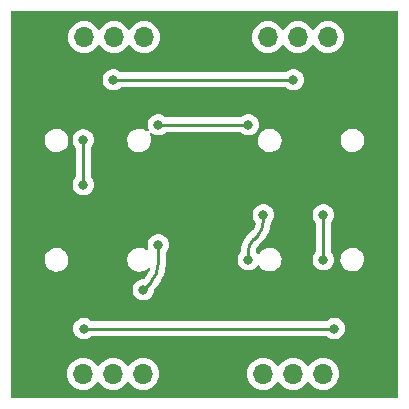
<source format=gbr>
%TF.GenerationSoftware,KiCad,Pcbnew,7.0.6*%
%TF.CreationDate,2023-11-27T13:38:28-05:00*%
%TF.ProjectId,AudioAdder,41756469-6f41-4646-9465-722e6b696361,2*%
%TF.SameCoordinates,Original*%
%TF.FileFunction,Copper,L2,Bot*%
%TF.FilePolarity,Positive*%
%FSLAX46Y46*%
G04 Gerber Fmt 4.6, Leading zero omitted, Abs format (unit mm)*
G04 Created by KiCad (PCBNEW 7.0.6) date 2023-11-27 13:38:28*
%MOMM*%
%LPD*%
G01*
G04 APERTURE LIST*
%TA.AperFunction,ComponentPad*%
%ADD10R,1.700000X1.700000*%
%TD*%
%TA.AperFunction,ComponentPad*%
%ADD11O,1.700000X1.700000*%
%TD*%
%TA.AperFunction,ViaPad*%
%ADD12C,0.800000*%
%TD*%
%TA.AperFunction,Conductor*%
%ADD13C,0.250000*%
%TD*%
G04 APERTURE END LIST*
D10*
%TO.P,REF\u002A\u002A,1*%
%TO.N,Ground*%
X165490000Y-87830000D03*
D11*
%TO.P,REF\u002A\u002A,2*%
%TO.N,Microphone*%
X162950000Y-87830000D03*
%TO.P,REF\u002A\u002A,3*%
%TO.N,Right Ch.*%
X160410000Y-87830000D03*
%TO.P,REF\u002A\u002A,4*%
%TO.N,Left Ch.*%
X157870000Y-87830000D03*
%TD*%
D10*
%TO.P,REF\u002A\u002A,1*%
%TO.N,Ground*%
X165100000Y-116332000D03*
D11*
%TO.P,REF\u002A\u002A,2*%
%TO.N,Microphone*%
X162560000Y-116332000D03*
%TO.P,REF\u002A\u002A,3*%
%TO.N,Right Ch.*%
X160020000Y-116332000D03*
%TO.P,REF\u002A\u002A,4*%
%TO.N,Left Ch.*%
X157480000Y-116332000D03*
%TD*%
D10*
%TO.P,Header 1,1*%
%TO.N,Ground*%
X139700000Y-116332000D03*
D11*
%TO.P,Header 1,2*%
%TO.N,Microphone*%
X142240000Y-116332000D03*
%TO.P,Header 1,3*%
%TO.N,Right Ch.*%
X144780000Y-116332000D03*
%TO.P,Header 1,4*%
%TO.N,Left Ch.*%
X147320000Y-116332000D03*
%TD*%
D10*
%TO.P,REF\u002A\u002A,1*%
%TO.N,Ground*%
X139770000Y-87830000D03*
D11*
%TO.P,REF\u002A\u002A,2*%
%TO.N,Microphone*%
X142310000Y-87830000D03*
%TO.P,REF\u002A\u002A,3*%
%TO.N,Right Ch.*%
X144850000Y-87830000D03*
%TO.P,REF\u002A\u002A,4*%
%TO.N,Left Ch.*%
X147390000Y-87830000D03*
%TD*%
D12*
%TO.N,Right Ch.*%
X160020000Y-91440000D03*
X144780000Y-91440000D03*
%TO.N,Microphone*%
X162560000Y-106680000D03*
X142240000Y-96520000D03*
X142240000Y-100330000D03*
X142300000Y-112500000D03*
X163500000Y-112500000D03*
X162560000Y-102870000D03*
%TO.N,Left Ch.*%
X148590000Y-95250000D03*
X157480000Y-102870000D03*
X148590000Y-105410000D03*
X156210000Y-95250000D03*
X147320000Y-109220000D03*
X156210000Y-106680000D03*
%TD*%
D13*
%TO.N,Right Ch.*%
X144780000Y-91440000D02*
X160020000Y-91440000D01*
%TO.N,Microphone*%
X162560000Y-106680000D02*
X162560000Y-102870000D01*
X142240000Y-100330000D02*
X142240000Y-96520000D01*
X142300000Y-112500000D02*
X163500000Y-112500000D01*
%TO.N,Left Ch.*%
X156210000Y-95250000D02*
X148590000Y-95250000D01*
X147320000Y-109220000D02*
X147955000Y-108585000D01*
X148590000Y-105410000D02*
X148590000Y-107051974D01*
X156210000Y-106680000D02*
X156210000Y-106045000D01*
X157030986Y-104589012D02*
X156659012Y-104960987D01*
X157480000Y-102870000D02*
X157480000Y-103505000D01*
X147955008Y-108585008D02*
G75*
G03*
X148590000Y-107051974I-1533008J1533008D01*
G01*
X156659018Y-104960993D02*
G75*
G03*
X156210000Y-106045000I1083982J-1084007D01*
G01*
X157030982Y-104589008D02*
G75*
G03*
X157480000Y-103505000I-1083982J1084008D01*
G01*
%TD*%
%TA.AperFunction,Conductor*%
%TO.N,Ground*%
G36*
X168853039Y-85617685D02*
G01*
X168898794Y-85670489D01*
X168910000Y-85722000D01*
X168910000Y-118240000D01*
X168890315Y-118307039D01*
X168837511Y-118352794D01*
X168786000Y-118364000D01*
X136268000Y-118364000D01*
X136200961Y-118344315D01*
X136155206Y-118291511D01*
X136144000Y-118240000D01*
X136144000Y-116332000D01*
X140884341Y-116332000D01*
X140904936Y-116567403D01*
X140904938Y-116567413D01*
X140966094Y-116795655D01*
X140966096Y-116795659D01*
X140966097Y-116795663D01*
X140970000Y-116804032D01*
X141065965Y-117009830D01*
X141065967Y-117009834D01*
X141174281Y-117164521D01*
X141201505Y-117203401D01*
X141368599Y-117370495D01*
X141465384Y-117438264D01*
X141562165Y-117506032D01*
X141562167Y-117506033D01*
X141562170Y-117506035D01*
X141776337Y-117605903D01*
X142004592Y-117667063D01*
X142192918Y-117683539D01*
X142239999Y-117687659D01*
X142240000Y-117687659D01*
X142240001Y-117687659D01*
X142279234Y-117684226D01*
X142475408Y-117667063D01*
X142703663Y-117605903D01*
X142917830Y-117506035D01*
X143111401Y-117370495D01*
X143278495Y-117203401D01*
X143408424Y-117017842D01*
X143463002Y-116974217D01*
X143532500Y-116967023D01*
X143594855Y-116998546D01*
X143611575Y-117017842D01*
X143741500Y-117203395D01*
X143741505Y-117203401D01*
X143908599Y-117370495D01*
X144005384Y-117438264D01*
X144102165Y-117506032D01*
X144102167Y-117506033D01*
X144102170Y-117506035D01*
X144316337Y-117605903D01*
X144544592Y-117667063D01*
X144732918Y-117683539D01*
X144779999Y-117687659D01*
X144780000Y-117687659D01*
X144780001Y-117687659D01*
X144819234Y-117684226D01*
X145015408Y-117667063D01*
X145243663Y-117605903D01*
X145457830Y-117506035D01*
X145651401Y-117370495D01*
X145818495Y-117203401D01*
X145948424Y-117017842D01*
X146003002Y-116974217D01*
X146072500Y-116967023D01*
X146134855Y-116998546D01*
X146151575Y-117017842D01*
X146281500Y-117203395D01*
X146281505Y-117203401D01*
X146448599Y-117370495D01*
X146545384Y-117438264D01*
X146642165Y-117506032D01*
X146642167Y-117506033D01*
X146642170Y-117506035D01*
X146856337Y-117605903D01*
X147084592Y-117667063D01*
X147272918Y-117683539D01*
X147319999Y-117687659D01*
X147320000Y-117687659D01*
X147320001Y-117687659D01*
X147359234Y-117684226D01*
X147555408Y-117667063D01*
X147783663Y-117605903D01*
X147997830Y-117506035D01*
X148191401Y-117370495D01*
X148358495Y-117203401D01*
X148494035Y-117009830D01*
X148593903Y-116795663D01*
X148655063Y-116567408D01*
X148675659Y-116332000D01*
X156124341Y-116332000D01*
X156144936Y-116567403D01*
X156144938Y-116567413D01*
X156206094Y-116795655D01*
X156206096Y-116795659D01*
X156206097Y-116795663D01*
X156210000Y-116804032D01*
X156305965Y-117009830D01*
X156305967Y-117009834D01*
X156414281Y-117164521D01*
X156441505Y-117203401D01*
X156608599Y-117370495D01*
X156705384Y-117438264D01*
X156802165Y-117506032D01*
X156802167Y-117506033D01*
X156802170Y-117506035D01*
X157016337Y-117605903D01*
X157244592Y-117667063D01*
X157432918Y-117683539D01*
X157479999Y-117687659D01*
X157480000Y-117687659D01*
X157480001Y-117687659D01*
X157519234Y-117684226D01*
X157715408Y-117667063D01*
X157943663Y-117605903D01*
X158157830Y-117506035D01*
X158351401Y-117370495D01*
X158518495Y-117203401D01*
X158648424Y-117017842D01*
X158703002Y-116974217D01*
X158772500Y-116967023D01*
X158834855Y-116998546D01*
X158851575Y-117017842D01*
X158981500Y-117203395D01*
X158981505Y-117203401D01*
X159148599Y-117370495D01*
X159245384Y-117438264D01*
X159342165Y-117506032D01*
X159342167Y-117506033D01*
X159342170Y-117506035D01*
X159556337Y-117605903D01*
X159784592Y-117667063D01*
X159972918Y-117683539D01*
X160019999Y-117687659D01*
X160020000Y-117687659D01*
X160020001Y-117687659D01*
X160059234Y-117684226D01*
X160255408Y-117667063D01*
X160483663Y-117605903D01*
X160697830Y-117506035D01*
X160891401Y-117370495D01*
X161058495Y-117203401D01*
X161188424Y-117017842D01*
X161243002Y-116974217D01*
X161312500Y-116967023D01*
X161374855Y-116998546D01*
X161391575Y-117017842D01*
X161521500Y-117203395D01*
X161521505Y-117203401D01*
X161688599Y-117370495D01*
X161785384Y-117438265D01*
X161882165Y-117506032D01*
X161882167Y-117506033D01*
X161882170Y-117506035D01*
X162096337Y-117605903D01*
X162324592Y-117667063D01*
X162512918Y-117683539D01*
X162559999Y-117687659D01*
X162560000Y-117687659D01*
X162560001Y-117687659D01*
X162599234Y-117684226D01*
X162795408Y-117667063D01*
X163023663Y-117605903D01*
X163237830Y-117506035D01*
X163431401Y-117370495D01*
X163598495Y-117203401D01*
X163734035Y-117009830D01*
X163833903Y-116795663D01*
X163895063Y-116567408D01*
X163915659Y-116332000D01*
X163895063Y-116096592D01*
X163833903Y-115868337D01*
X163734035Y-115654171D01*
X163728425Y-115646158D01*
X163598494Y-115460597D01*
X163431402Y-115293506D01*
X163431395Y-115293501D01*
X163237834Y-115157967D01*
X163237830Y-115157965D01*
X163237828Y-115157964D01*
X163023663Y-115058097D01*
X163023659Y-115058096D01*
X163023655Y-115058094D01*
X162795413Y-114996938D01*
X162795403Y-114996936D01*
X162560001Y-114976341D01*
X162559999Y-114976341D01*
X162324596Y-114996936D01*
X162324586Y-114996938D01*
X162096344Y-115058094D01*
X162096335Y-115058098D01*
X161882171Y-115157964D01*
X161882169Y-115157965D01*
X161688597Y-115293505D01*
X161521505Y-115460597D01*
X161391575Y-115646158D01*
X161336998Y-115689783D01*
X161267500Y-115696977D01*
X161205145Y-115665454D01*
X161188425Y-115646158D01*
X161058494Y-115460597D01*
X160891402Y-115293506D01*
X160891395Y-115293501D01*
X160697834Y-115157967D01*
X160697830Y-115157965D01*
X160697828Y-115157964D01*
X160483663Y-115058097D01*
X160483659Y-115058096D01*
X160483655Y-115058094D01*
X160255413Y-114996938D01*
X160255403Y-114996936D01*
X160020001Y-114976341D01*
X160019999Y-114976341D01*
X159784596Y-114996936D01*
X159784586Y-114996938D01*
X159556344Y-115058094D01*
X159556335Y-115058098D01*
X159342171Y-115157964D01*
X159342169Y-115157965D01*
X159148597Y-115293505D01*
X158981505Y-115460597D01*
X158851575Y-115646158D01*
X158796998Y-115689783D01*
X158727500Y-115696977D01*
X158665145Y-115665454D01*
X158648425Y-115646158D01*
X158518494Y-115460597D01*
X158351402Y-115293506D01*
X158351395Y-115293501D01*
X158157834Y-115157967D01*
X158157830Y-115157965D01*
X158157828Y-115157964D01*
X157943663Y-115058097D01*
X157943659Y-115058096D01*
X157943655Y-115058094D01*
X157715413Y-114996938D01*
X157715403Y-114996936D01*
X157480001Y-114976341D01*
X157479999Y-114976341D01*
X157244596Y-114996936D01*
X157244586Y-114996938D01*
X157016344Y-115058094D01*
X157016335Y-115058098D01*
X156802171Y-115157964D01*
X156802169Y-115157965D01*
X156608597Y-115293505D01*
X156441505Y-115460597D01*
X156305965Y-115654169D01*
X156305964Y-115654171D01*
X156206098Y-115868335D01*
X156206094Y-115868344D01*
X156144938Y-116096586D01*
X156144936Y-116096596D01*
X156124341Y-116331999D01*
X156124341Y-116332000D01*
X148675659Y-116332000D01*
X148655063Y-116096592D01*
X148593903Y-115868337D01*
X148494035Y-115654171D01*
X148488425Y-115646158D01*
X148358494Y-115460597D01*
X148191402Y-115293506D01*
X148191395Y-115293501D01*
X147997834Y-115157967D01*
X147997830Y-115157965D01*
X147997828Y-115157964D01*
X147783663Y-115058097D01*
X147783659Y-115058096D01*
X147783655Y-115058094D01*
X147555413Y-114996938D01*
X147555403Y-114996936D01*
X147320001Y-114976341D01*
X147319999Y-114976341D01*
X147084596Y-114996936D01*
X147084586Y-114996938D01*
X146856344Y-115058094D01*
X146856335Y-115058098D01*
X146642171Y-115157964D01*
X146642169Y-115157965D01*
X146448597Y-115293505D01*
X146281505Y-115460597D01*
X146151575Y-115646158D01*
X146096998Y-115689783D01*
X146027500Y-115696977D01*
X145965145Y-115665454D01*
X145948425Y-115646158D01*
X145818494Y-115460597D01*
X145651402Y-115293506D01*
X145651395Y-115293501D01*
X145457834Y-115157967D01*
X145457830Y-115157965D01*
X145457828Y-115157964D01*
X145243663Y-115058097D01*
X145243659Y-115058096D01*
X145243655Y-115058094D01*
X145015413Y-114996938D01*
X145015403Y-114996936D01*
X144780001Y-114976341D01*
X144779999Y-114976341D01*
X144544596Y-114996936D01*
X144544586Y-114996938D01*
X144316344Y-115058094D01*
X144316335Y-115058098D01*
X144102171Y-115157964D01*
X144102169Y-115157965D01*
X143908597Y-115293505D01*
X143741505Y-115460597D01*
X143611575Y-115646158D01*
X143556998Y-115689783D01*
X143487500Y-115696977D01*
X143425145Y-115665454D01*
X143408425Y-115646158D01*
X143278494Y-115460597D01*
X143111402Y-115293506D01*
X143111395Y-115293501D01*
X142917834Y-115157967D01*
X142917830Y-115157965D01*
X142917828Y-115157964D01*
X142703663Y-115058097D01*
X142703659Y-115058096D01*
X142703655Y-115058094D01*
X142475413Y-114996938D01*
X142475403Y-114996936D01*
X142240001Y-114976341D01*
X142239999Y-114976341D01*
X142004596Y-114996936D01*
X142004586Y-114996938D01*
X141776344Y-115058094D01*
X141776335Y-115058098D01*
X141562171Y-115157964D01*
X141562169Y-115157965D01*
X141368597Y-115293505D01*
X141201505Y-115460597D01*
X141065965Y-115654169D01*
X141065964Y-115654171D01*
X140966098Y-115868335D01*
X140966094Y-115868344D01*
X140904938Y-116096586D01*
X140904936Y-116096596D01*
X140884341Y-116331999D01*
X140884341Y-116332000D01*
X136144000Y-116332000D01*
X136144000Y-112500000D01*
X141394540Y-112500000D01*
X141414326Y-112688256D01*
X141414327Y-112688259D01*
X141472818Y-112868277D01*
X141472821Y-112868284D01*
X141567467Y-113032216D01*
X141669185Y-113145185D01*
X141694129Y-113172888D01*
X141847265Y-113284148D01*
X141847270Y-113284151D01*
X142020192Y-113361142D01*
X142020197Y-113361144D01*
X142205354Y-113400500D01*
X142205355Y-113400500D01*
X142394644Y-113400500D01*
X142394646Y-113400500D01*
X142579803Y-113361144D01*
X142752730Y-113284151D01*
X142905871Y-113172888D01*
X142908788Y-113169647D01*
X142911600Y-113166526D01*
X142971087Y-113129879D01*
X143003748Y-113125500D01*
X162796252Y-113125500D01*
X162863291Y-113145185D01*
X162888400Y-113166526D01*
X162894126Y-113172885D01*
X162894130Y-113172889D01*
X163047265Y-113284148D01*
X163047270Y-113284151D01*
X163220192Y-113361142D01*
X163220197Y-113361144D01*
X163405354Y-113400500D01*
X163405355Y-113400500D01*
X163594644Y-113400500D01*
X163594646Y-113400500D01*
X163779803Y-113361144D01*
X163952730Y-113284151D01*
X164105871Y-113172888D01*
X164232533Y-113032216D01*
X164327179Y-112868284D01*
X164385674Y-112688256D01*
X164405460Y-112500000D01*
X164385674Y-112311744D01*
X164327179Y-112131716D01*
X164232533Y-111967784D01*
X164105871Y-111827112D01*
X164105870Y-111827111D01*
X163952734Y-111715851D01*
X163952729Y-111715848D01*
X163779807Y-111638857D01*
X163779802Y-111638855D01*
X163634001Y-111607865D01*
X163594646Y-111599500D01*
X163405354Y-111599500D01*
X163372897Y-111606398D01*
X163220197Y-111638855D01*
X163220192Y-111638857D01*
X163047270Y-111715848D01*
X163047265Y-111715851D01*
X162894130Y-111827110D01*
X162894126Y-111827114D01*
X162888400Y-111833474D01*
X162828913Y-111870121D01*
X162796252Y-111874500D01*
X143003748Y-111874500D01*
X142936709Y-111854815D01*
X142911600Y-111833474D01*
X142905873Y-111827114D01*
X142905869Y-111827110D01*
X142752734Y-111715851D01*
X142752729Y-111715848D01*
X142579807Y-111638857D01*
X142579802Y-111638855D01*
X142434001Y-111607865D01*
X142394646Y-111599500D01*
X142205354Y-111599500D01*
X142172897Y-111606398D01*
X142020197Y-111638855D01*
X142020192Y-111638857D01*
X141847270Y-111715848D01*
X141847265Y-111715851D01*
X141694129Y-111827111D01*
X141567466Y-111967785D01*
X141472821Y-112131715D01*
X141472818Y-112131722D01*
X141414327Y-112311740D01*
X141414326Y-112311744D01*
X141394540Y-112500000D01*
X136144000Y-112500000D01*
X136144000Y-106730936D01*
X138970631Y-106730936D01*
X139001442Y-106932063D01*
X139001445Y-106932075D01*
X139072111Y-107122881D01*
X139072113Y-107122884D01*
X139072114Y-107122887D01*
X139110276Y-107184113D01*
X139179745Y-107295567D01*
X139179747Y-107295569D01*
X139179748Y-107295571D01*
X139319941Y-107443053D01*
X139448344Y-107532424D01*
X139486949Y-107559294D01*
X139486950Y-107559294D01*
X139486951Y-107559295D01*
X139673942Y-107639540D01*
X139873259Y-107680500D01*
X140025743Y-107680500D01*
X140177439Y-107665074D01*
X140371579Y-107604162D01*
X140371580Y-107604161D01*
X140371588Y-107604159D01*
X140549502Y-107505409D01*
X140703895Y-107372866D01*
X140828448Y-107211958D01*
X140918060Y-107029271D01*
X140969063Y-106832285D01*
X140974203Y-106730936D01*
X145970631Y-106730936D01*
X146001442Y-106932063D01*
X146001445Y-106932075D01*
X146072111Y-107122881D01*
X146072113Y-107122884D01*
X146072114Y-107122887D01*
X146110276Y-107184113D01*
X146179745Y-107295567D01*
X146179747Y-107295569D01*
X146179748Y-107295571D01*
X146319941Y-107443053D01*
X146448344Y-107532424D01*
X146486949Y-107559294D01*
X146486950Y-107559294D01*
X146486951Y-107559295D01*
X146673942Y-107639540D01*
X146873259Y-107680500D01*
X147025743Y-107680500D01*
X147177439Y-107665074D01*
X147371579Y-107604162D01*
X147371580Y-107604161D01*
X147371588Y-107604159D01*
X147549502Y-107505409D01*
X147691177Y-107383784D01*
X147754864Y-107355052D01*
X147823976Y-107365314D01*
X147876569Y-107411311D01*
X147895945Y-107478440D01*
X147889366Y-107517727D01*
X147848395Y-107638429D01*
X147845288Y-107645931D01*
X147759646Y-107819595D01*
X147755587Y-107826626D01*
X147648009Y-107987629D01*
X147643067Y-107994070D01*
X147514147Y-108141074D01*
X147511373Y-108144035D01*
X147459000Y-108196408D01*
X147458998Y-108196411D01*
X147372228Y-108283181D01*
X147310905Y-108316666D01*
X147284547Y-108319500D01*
X147225354Y-108319500D01*
X147192897Y-108326398D01*
X147040197Y-108358855D01*
X147040192Y-108358857D01*
X146867270Y-108435848D01*
X146867265Y-108435851D01*
X146714129Y-108547111D01*
X146587466Y-108687785D01*
X146492821Y-108851715D01*
X146492818Y-108851722D01*
X146435769Y-109027303D01*
X146434326Y-109031744D01*
X146414540Y-109220000D01*
X146434326Y-109408256D01*
X146434327Y-109408259D01*
X146492818Y-109588277D01*
X146492821Y-109588284D01*
X146587467Y-109752216D01*
X146714129Y-109892887D01*
X146714129Y-109892888D01*
X146867265Y-110004148D01*
X146867270Y-110004151D01*
X147040192Y-110081142D01*
X147040197Y-110081144D01*
X147225354Y-110120500D01*
X147225355Y-110120500D01*
X147414644Y-110120500D01*
X147414646Y-110120500D01*
X147599803Y-110081144D01*
X147772730Y-110004151D01*
X147925871Y-109892888D01*
X148052533Y-109752216D01*
X148147179Y-109588284D01*
X148205674Y-109408256D01*
X148223321Y-109240345D01*
X148249905Y-109175732D01*
X148258952Y-109165636D01*
X148333380Y-109091209D01*
X148333385Y-109091205D01*
X148343589Y-109081000D01*
X148343591Y-109081000D01*
X148360968Y-109063622D01*
X148361000Y-109063604D01*
X148397302Y-109027302D01*
X148397303Y-109027303D01*
X148494345Y-108930261D01*
X148668470Y-108718088D01*
X148820960Y-108489869D01*
X148950346Y-108247802D01*
X149055382Y-107994219D01*
X149135056Y-107731561D01*
X149188601Y-107462359D01*
X149215502Y-107189204D01*
X149215500Y-107051966D01*
X149215500Y-107014801D01*
X149215500Y-106680000D01*
X155304540Y-106680000D01*
X155324326Y-106868256D01*
X155324327Y-106868259D01*
X155382818Y-107048277D01*
X155382821Y-107048284D01*
X155477467Y-107212216D01*
X155604128Y-107352888D01*
X155604129Y-107352888D01*
X155757265Y-107464148D01*
X155757270Y-107464151D01*
X155930192Y-107541142D01*
X155930197Y-107541144D01*
X156115354Y-107580500D01*
X156115355Y-107580500D01*
X156304644Y-107580500D01*
X156304646Y-107580500D01*
X156489803Y-107541144D01*
X156662730Y-107464151D01*
X156815871Y-107352888D01*
X156942533Y-107212216D01*
X156956683Y-107187706D01*
X157007249Y-107139490D01*
X157075856Y-107126266D01*
X157140721Y-107152233D01*
X157169303Y-107184113D01*
X157177642Y-107197492D01*
X157229756Y-107281101D01*
X157369949Y-107428583D01*
X157480330Y-107505410D01*
X157536957Y-107544824D01*
X157536958Y-107544824D01*
X157536959Y-107544825D01*
X157723950Y-107625070D01*
X157923267Y-107666030D01*
X158075751Y-107666030D01*
X158227447Y-107650604D01*
X158421587Y-107589692D01*
X158421588Y-107589691D01*
X158421596Y-107589689D01*
X158599510Y-107490939D01*
X158753903Y-107358396D01*
X158878456Y-107197488D01*
X158968068Y-107014801D01*
X159019071Y-106817815D01*
X159026060Y-106680000D01*
X161654540Y-106680000D01*
X161674326Y-106868256D01*
X161674327Y-106868259D01*
X161732818Y-107048277D01*
X161732821Y-107048284D01*
X161827467Y-107212216D01*
X161954129Y-107352888D01*
X162107265Y-107464148D01*
X162107270Y-107464151D01*
X162280192Y-107541142D01*
X162280197Y-107541144D01*
X162465354Y-107580500D01*
X162465355Y-107580500D01*
X162654644Y-107580500D01*
X162654646Y-107580500D01*
X162839803Y-107541144D01*
X163012730Y-107464151D01*
X163165871Y-107352888D01*
X163292533Y-107212216D01*
X163387179Y-107048284D01*
X163445674Y-106868256D01*
X163461627Y-106716466D01*
X164020639Y-106716466D01*
X164051450Y-106917593D01*
X164051453Y-106917605D01*
X164122119Y-107108411D01*
X164122121Y-107108414D01*
X164122122Y-107108417D01*
X164141490Y-107139490D01*
X164229753Y-107281097D01*
X164229755Y-107281099D01*
X164229756Y-107281101D01*
X164369949Y-107428583D01*
X164480330Y-107505410D01*
X164536957Y-107544824D01*
X164536958Y-107544824D01*
X164536959Y-107544825D01*
X164723950Y-107625070D01*
X164923267Y-107666030D01*
X165075751Y-107666030D01*
X165227447Y-107650604D01*
X165421587Y-107589692D01*
X165421588Y-107589691D01*
X165421596Y-107589689D01*
X165599510Y-107490939D01*
X165753903Y-107358396D01*
X165878456Y-107197488D01*
X165968068Y-107014801D01*
X166019071Y-106817815D01*
X166029377Y-106614594D01*
X165998564Y-106413459D01*
X165927894Y-106222643D01*
X165820260Y-106049959D01*
X165740432Y-105965981D01*
X165680069Y-105902479D01*
X165680068Y-105902478D01*
X165680067Y-105902477D01*
X165533847Y-105800705D01*
X165513058Y-105786235D01*
X165326064Y-105705989D01*
X165126749Y-105665030D01*
X164974266Y-105665030D01*
X164974265Y-105665030D01*
X164822568Y-105680455D01*
X164628428Y-105741367D01*
X164628413Y-105741374D01*
X164450508Y-105840119D01*
X164450503Y-105840122D01*
X164296114Y-105972662D01*
X164296112Y-105972664D01*
X164171562Y-106133567D01*
X164171561Y-106133570D01*
X164081948Y-106316258D01*
X164030945Y-106513244D01*
X164020639Y-106716466D01*
X163461627Y-106716466D01*
X163465460Y-106680000D01*
X163445674Y-106491744D01*
X163387179Y-106311716D01*
X163292533Y-106147784D01*
X163291755Y-106146920D01*
X163217350Y-106064284D01*
X163187120Y-106001292D01*
X163185500Y-105981312D01*
X163185500Y-103568687D01*
X163205185Y-103501648D01*
X163217350Y-103485715D01*
X163235891Y-103465122D01*
X163292533Y-103402216D01*
X163387179Y-103238284D01*
X163445674Y-103058256D01*
X163465460Y-102870000D01*
X163445674Y-102681744D01*
X163387179Y-102501716D01*
X163292533Y-102337784D01*
X163165871Y-102197112D01*
X163165870Y-102197111D01*
X163012734Y-102085851D01*
X163012729Y-102085848D01*
X162839807Y-102008857D01*
X162839802Y-102008855D01*
X162694001Y-101977865D01*
X162654646Y-101969500D01*
X162465354Y-101969500D01*
X162432897Y-101976398D01*
X162280197Y-102008855D01*
X162280192Y-102008857D01*
X162107270Y-102085848D01*
X162107265Y-102085851D01*
X161954129Y-102197111D01*
X161827466Y-102337785D01*
X161732821Y-102501715D01*
X161732818Y-102501722D01*
X161674327Y-102681740D01*
X161674326Y-102681744D01*
X161654540Y-102870000D01*
X161674326Y-103058256D01*
X161674327Y-103058259D01*
X161732818Y-103238277D01*
X161732821Y-103238284D01*
X161827465Y-103402214D01*
X161827467Y-103402216D01*
X161902648Y-103485713D01*
X161932879Y-103548704D01*
X161934499Y-103568685D01*
X161934499Y-105981312D01*
X161914814Y-106048351D01*
X161902649Y-106064284D01*
X161827470Y-106147778D01*
X161827465Y-106147785D01*
X161732821Y-106311715D01*
X161732818Y-106311722D01*
X161674327Y-106491740D01*
X161674326Y-106491744D01*
X161654540Y-106680000D01*
X159026060Y-106680000D01*
X159029377Y-106614594D01*
X158998564Y-106413459D01*
X158927894Y-106222643D01*
X158820260Y-106049959D01*
X158740432Y-105965981D01*
X158680069Y-105902479D01*
X158680068Y-105902478D01*
X158680067Y-105902477D01*
X158533847Y-105800705D01*
X158513058Y-105786235D01*
X158326064Y-105705989D01*
X158126749Y-105665030D01*
X157974266Y-105665030D01*
X157974265Y-105665030D01*
X157822568Y-105680455D01*
X157628428Y-105741367D01*
X157628413Y-105741374D01*
X157450508Y-105840119D01*
X157450503Y-105840122D01*
X157296114Y-105972662D01*
X157296112Y-105972664D01*
X157171562Y-106133567D01*
X157171559Y-106133572D01*
X157165012Y-106146920D01*
X157117813Y-106198438D01*
X157050254Y-106216260D01*
X156983785Y-106194727D01*
X156946297Y-106154304D01*
X156942682Y-106148042D01*
X156942533Y-106147784D01*
X156872311Y-106069795D01*
X156842082Y-106006805D01*
X156840844Y-105977095D01*
X156845040Y-105923779D01*
X156845907Y-105912759D01*
X156848951Y-105893544D01*
X156858304Y-105854591D01*
X156877641Y-105774046D01*
X156883653Y-105755546D01*
X156898186Y-105720459D01*
X156930681Y-105642009D01*
X156939505Y-105624688D01*
X157003728Y-105519889D01*
X157015159Y-105504158D01*
X157095580Y-105410000D01*
X157099799Y-105405059D01*
X157103102Y-105401487D01*
X157133940Y-105370650D01*
X157133939Y-105370650D01*
X157155007Y-105349584D01*
X157155008Y-105349582D01*
X157162066Y-105342524D01*
X157162072Y-105342516D01*
X157452188Y-105052399D01*
X157473276Y-105031313D01*
X157473275Y-105031312D01*
X157509541Y-104995050D01*
X157509595Y-104994984D01*
X157558988Y-104945593D01*
X157710150Y-104756047D01*
X157839138Y-104550767D01*
X157944331Y-104332336D01*
X158024406Y-104103500D01*
X158078355Y-103867137D01*
X158105500Y-103626221D01*
X158105500Y-103568686D01*
X158125185Y-103501648D01*
X158137350Y-103485715D01*
X158155891Y-103465122D01*
X158212533Y-103402216D01*
X158307179Y-103238284D01*
X158365674Y-103058256D01*
X158385460Y-102870000D01*
X158365674Y-102681744D01*
X158307179Y-102501716D01*
X158212533Y-102337784D01*
X158085871Y-102197112D01*
X158085870Y-102197111D01*
X157932734Y-102085851D01*
X157932729Y-102085848D01*
X157759807Y-102008857D01*
X157759802Y-102008855D01*
X157614001Y-101977865D01*
X157574646Y-101969500D01*
X157385354Y-101969500D01*
X157352897Y-101976398D01*
X157200197Y-102008855D01*
X157200192Y-102008857D01*
X157027270Y-102085848D01*
X157027265Y-102085851D01*
X156874129Y-102197111D01*
X156747466Y-102337785D01*
X156652821Y-102501715D01*
X156652818Y-102501722D01*
X156594327Y-102681740D01*
X156594326Y-102681744D01*
X156574540Y-102870000D01*
X156594326Y-103058256D01*
X156594327Y-103058259D01*
X156652818Y-103238277D01*
X156652821Y-103238284D01*
X156747467Y-103402216D01*
X156817274Y-103479745D01*
X156817687Y-103480203D01*
X156847917Y-103543194D01*
X156849155Y-103572904D01*
X156844092Y-103637236D01*
X156841048Y-103656455D01*
X156812359Y-103775949D01*
X156806346Y-103794454D01*
X156759319Y-103907987D01*
X156750485Y-103925325D01*
X156686280Y-104030096D01*
X156674843Y-104045837D01*
X156590221Y-104144915D01*
X156586915Y-104148491D01*
X156533750Y-104201656D01*
X156533732Y-104201675D01*
X156187671Y-104547735D01*
X156187477Y-104547940D01*
X156131009Y-104604408D01*
X155979855Y-104793945D01*
X155979848Y-104793955D01*
X155850861Y-104999233D01*
X155745669Y-105217664D01*
X155745668Y-105217666D01*
X155665593Y-105446502D01*
X155611645Y-105682863D01*
X155611643Y-105682875D01*
X155584500Y-105923774D01*
X155584500Y-105981312D01*
X155564815Y-106048351D01*
X155552650Y-106064284D01*
X155477466Y-106147784D01*
X155382821Y-106311715D01*
X155382818Y-106311722D01*
X155324327Y-106491740D01*
X155324326Y-106491744D01*
X155304540Y-106680000D01*
X149215500Y-106680000D01*
X149215500Y-106108687D01*
X149235185Y-106041648D01*
X149247350Y-106025715D01*
X149291127Y-105977095D01*
X149322533Y-105942216D01*
X149417179Y-105778284D01*
X149475674Y-105598256D01*
X149495460Y-105410000D01*
X149475674Y-105221744D01*
X149417179Y-105041716D01*
X149322533Y-104877784D01*
X149195871Y-104737112D01*
X149195870Y-104737111D01*
X149042734Y-104625851D01*
X149042729Y-104625848D01*
X148869807Y-104548857D01*
X148869802Y-104548855D01*
X148724000Y-104517865D01*
X148684646Y-104509500D01*
X148495354Y-104509500D01*
X148462897Y-104516398D01*
X148310197Y-104548855D01*
X148310192Y-104548857D01*
X148137270Y-104625848D01*
X148137265Y-104625851D01*
X147984129Y-104737111D01*
X147857466Y-104877785D01*
X147762821Y-105041715D01*
X147762818Y-105041722D01*
X147705651Y-105217665D01*
X147704326Y-105221744D01*
X147684540Y-105410000D01*
X147704326Y-105598256D01*
X147704327Y-105598259D01*
X147745853Y-105726063D01*
X147747848Y-105795904D01*
X147711768Y-105855737D01*
X147649067Y-105886565D01*
X147579652Y-105878600D01*
X147557085Y-105866156D01*
X147540466Y-105854589D01*
X147519677Y-105840119D01*
X147463050Y-105800705D01*
X147276056Y-105720459D01*
X147076741Y-105679500D01*
X146924258Y-105679500D01*
X146924257Y-105679500D01*
X146772560Y-105694925D01*
X146578420Y-105755837D01*
X146578405Y-105755844D01*
X146400500Y-105854589D01*
X146400495Y-105854592D01*
X146246106Y-105987132D01*
X146246104Y-105987134D01*
X146121554Y-106148037D01*
X146121553Y-106148040D01*
X146031940Y-106330728D01*
X145980937Y-106527714D01*
X145970631Y-106730936D01*
X140974203Y-106730936D01*
X140979369Y-106629064D01*
X140948556Y-106427929D01*
X140877886Y-106237113D01*
X140770252Y-106064429D01*
X140630059Y-105916947D01*
X140519677Y-105840119D01*
X140463050Y-105800705D01*
X140276056Y-105720459D01*
X140076741Y-105679500D01*
X139924258Y-105679500D01*
X139924257Y-105679500D01*
X139772560Y-105694925D01*
X139578420Y-105755837D01*
X139578405Y-105755844D01*
X139400500Y-105854589D01*
X139400495Y-105854592D01*
X139246106Y-105987132D01*
X139246104Y-105987134D01*
X139121554Y-106148037D01*
X139121553Y-106148040D01*
X139031940Y-106330728D01*
X138980937Y-106527714D01*
X138970631Y-106730936D01*
X136144000Y-106730936D01*
X136144000Y-100330000D01*
X141334540Y-100330000D01*
X141354326Y-100518256D01*
X141354327Y-100518259D01*
X141412818Y-100698277D01*
X141412821Y-100698284D01*
X141507467Y-100862216D01*
X141634129Y-101002888D01*
X141787265Y-101114148D01*
X141787270Y-101114151D01*
X141960192Y-101191142D01*
X141960197Y-101191144D01*
X142145354Y-101230500D01*
X142145355Y-101230500D01*
X142334644Y-101230500D01*
X142334646Y-101230500D01*
X142519803Y-101191144D01*
X142692730Y-101114151D01*
X142845871Y-101002888D01*
X142972533Y-100862216D01*
X143067179Y-100698284D01*
X143125674Y-100518256D01*
X143145460Y-100330000D01*
X143125674Y-100141744D01*
X143067179Y-99961716D01*
X142972533Y-99797784D01*
X142897350Y-99714284D01*
X142867120Y-99651292D01*
X142865500Y-99631312D01*
X142865500Y-97218687D01*
X142885185Y-97151648D01*
X142897350Y-97135715D01*
X142918740Y-97111959D01*
X142972533Y-97052216D01*
X143067179Y-96888284D01*
X143125674Y-96708256D01*
X143133800Y-96630936D01*
X145965631Y-96630936D01*
X145996442Y-96832063D01*
X145996445Y-96832075D01*
X146067111Y-97022881D01*
X146067115Y-97022888D01*
X146174745Y-97195567D01*
X146174747Y-97195569D01*
X146174748Y-97195571D01*
X146314941Y-97343053D01*
X146443344Y-97432424D01*
X146481949Y-97459294D01*
X146481950Y-97459294D01*
X146481951Y-97459295D01*
X146668942Y-97539540D01*
X146868259Y-97580500D01*
X147020743Y-97580500D01*
X147172439Y-97565074D01*
X147366579Y-97504162D01*
X147366580Y-97504161D01*
X147366588Y-97504159D01*
X147544502Y-97405409D01*
X147698895Y-97272866D01*
X147823448Y-97111958D01*
X147913060Y-96929271D01*
X147964063Y-96732285D01*
X147969710Y-96620936D01*
X157025631Y-96620936D01*
X157056442Y-96822063D01*
X157056445Y-96822075D01*
X157127111Y-97012881D01*
X157127113Y-97012884D01*
X157127114Y-97012887D01*
X157133347Y-97022887D01*
X157234745Y-97185567D01*
X157234747Y-97185569D01*
X157234748Y-97185571D01*
X157374941Y-97333053D01*
X157503344Y-97422424D01*
X157541949Y-97449294D01*
X157541950Y-97449294D01*
X157541951Y-97449295D01*
X157728942Y-97529540D01*
X157928259Y-97570500D01*
X158080743Y-97570500D01*
X158232439Y-97555074D01*
X158426579Y-97494162D01*
X158426580Y-97494161D01*
X158426588Y-97494159D01*
X158604502Y-97395409D01*
X158758895Y-97262866D01*
X158883448Y-97101958D01*
X158973060Y-96919271D01*
X159024063Y-96722285D01*
X159029203Y-96620936D01*
X164025631Y-96620936D01*
X164056442Y-96822063D01*
X164056445Y-96822075D01*
X164127111Y-97012881D01*
X164127113Y-97012884D01*
X164127114Y-97012887D01*
X164133347Y-97022887D01*
X164234745Y-97185567D01*
X164234747Y-97185569D01*
X164234748Y-97185571D01*
X164374941Y-97333053D01*
X164503344Y-97422424D01*
X164541949Y-97449294D01*
X164541950Y-97449294D01*
X164541951Y-97449295D01*
X164728942Y-97529540D01*
X164928259Y-97570500D01*
X165080743Y-97570500D01*
X165232439Y-97555074D01*
X165426579Y-97494162D01*
X165426580Y-97494161D01*
X165426588Y-97494159D01*
X165604502Y-97395409D01*
X165758895Y-97262866D01*
X165883448Y-97101958D01*
X165973060Y-96919271D01*
X166024063Y-96722285D01*
X166034369Y-96519064D01*
X166003556Y-96317929D01*
X165941548Y-96150500D01*
X165932888Y-96127118D01*
X165932887Y-96127117D01*
X165932886Y-96127113D01*
X165825252Y-95954429D01*
X165685059Y-95806947D01*
X165582908Y-95735848D01*
X165518050Y-95690705D01*
X165331056Y-95610459D01*
X165131741Y-95569500D01*
X164979258Y-95569500D01*
X164979257Y-95569500D01*
X164827560Y-95584925D01*
X164633420Y-95645837D01*
X164633405Y-95645844D01*
X164455500Y-95744589D01*
X164455495Y-95744592D01*
X164301106Y-95877132D01*
X164301104Y-95877134D01*
X164176554Y-96038037D01*
X164176553Y-96038040D01*
X164086940Y-96220728D01*
X164035937Y-96417714D01*
X164025631Y-96620936D01*
X159029203Y-96620936D01*
X159034369Y-96519064D01*
X159003556Y-96317929D01*
X158941548Y-96150500D01*
X158932888Y-96127118D01*
X158932887Y-96127117D01*
X158932886Y-96127113D01*
X158825252Y-95954429D01*
X158685059Y-95806947D01*
X158582908Y-95735848D01*
X158518050Y-95690705D01*
X158331056Y-95610459D01*
X158131741Y-95569500D01*
X157979258Y-95569500D01*
X157979257Y-95569500D01*
X157827560Y-95584925D01*
X157633420Y-95645837D01*
X157633405Y-95645844D01*
X157455500Y-95744589D01*
X157455495Y-95744592D01*
X157301106Y-95877132D01*
X157301104Y-95877134D01*
X157176554Y-96038037D01*
X157176553Y-96038040D01*
X157086940Y-96220728D01*
X157035937Y-96417714D01*
X157025631Y-96620936D01*
X147969710Y-96620936D01*
X147974369Y-96529064D01*
X147943556Y-96327929D01*
X147872886Y-96137113D01*
X147872883Y-96137109D01*
X147870118Y-96131472D01*
X147871320Y-96130882D01*
X147854437Y-96070309D01*
X147875043Y-96003547D01*
X147928471Y-95958523D01*
X147997760Y-95949533D01*
X148051310Y-95971698D01*
X148137265Y-96034148D01*
X148137270Y-96034151D01*
X148310192Y-96111142D01*
X148310197Y-96111144D01*
X148495354Y-96150500D01*
X148495355Y-96150500D01*
X148684644Y-96150500D01*
X148684646Y-96150500D01*
X148869803Y-96111144D01*
X149042730Y-96034151D01*
X149195871Y-95922888D01*
X149198788Y-95919647D01*
X149201600Y-95916526D01*
X149261087Y-95879879D01*
X149293748Y-95875500D01*
X155506252Y-95875500D01*
X155573291Y-95895185D01*
X155598400Y-95916526D01*
X155604126Y-95922885D01*
X155604130Y-95922889D01*
X155757265Y-96034148D01*
X155757270Y-96034151D01*
X155930192Y-96111142D01*
X155930197Y-96111144D01*
X156115354Y-96150500D01*
X156115355Y-96150500D01*
X156304644Y-96150500D01*
X156304646Y-96150500D01*
X156489803Y-96111144D01*
X156662730Y-96034151D01*
X156815871Y-95922888D01*
X156942533Y-95782216D01*
X157037179Y-95618284D01*
X157095674Y-95438256D01*
X157115460Y-95250000D01*
X157095674Y-95061744D01*
X157037179Y-94881716D01*
X156942533Y-94717784D01*
X156815871Y-94577112D01*
X156815870Y-94577111D01*
X156662734Y-94465851D01*
X156662729Y-94465848D01*
X156489807Y-94388857D01*
X156489802Y-94388855D01*
X156344000Y-94357865D01*
X156304646Y-94349500D01*
X156115354Y-94349500D01*
X156082897Y-94356398D01*
X155930197Y-94388855D01*
X155930192Y-94388857D01*
X155757270Y-94465848D01*
X155757265Y-94465851D01*
X155604130Y-94577110D01*
X155604126Y-94577114D01*
X155598400Y-94583474D01*
X155538913Y-94620121D01*
X155506252Y-94624500D01*
X149293748Y-94624500D01*
X149226709Y-94604815D01*
X149201600Y-94583474D01*
X149195873Y-94577114D01*
X149195869Y-94577110D01*
X149042734Y-94465851D01*
X149042729Y-94465848D01*
X148869807Y-94388857D01*
X148869802Y-94388855D01*
X148724001Y-94357865D01*
X148684646Y-94349500D01*
X148495354Y-94349500D01*
X148462897Y-94356398D01*
X148310197Y-94388855D01*
X148310192Y-94388857D01*
X148137270Y-94465848D01*
X148137265Y-94465851D01*
X147984129Y-94577111D01*
X147857466Y-94717785D01*
X147762821Y-94881715D01*
X147762818Y-94881722D01*
X147704327Y-95061740D01*
X147704326Y-95061744D01*
X147684540Y-95250000D01*
X147704326Y-95438256D01*
X147704327Y-95438259D01*
X147762818Y-95618277D01*
X147762821Y-95618284D01*
X147769315Y-95629532D01*
X147785785Y-95697433D01*
X147762931Y-95763459D01*
X147708009Y-95806648D01*
X147638455Y-95813288D01*
X147591091Y-95793305D01*
X147458049Y-95700705D01*
X147450424Y-95697433D01*
X147271056Y-95620459D01*
X147071741Y-95579500D01*
X146919258Y-95579500D01*
X146919257Y-95579500D01*
X146767560Y-95594925D01*
X146573420Y-95655837D01*
X146573405Y-95655844D01*
X146395500Y-95754589D01*
X146395495Y-95754592D01*
X146241106Y-95887132D01*
X146241104Y-95887134D01*
X146116554Y-96048037D01*
X146116553Y-96048040D01*
X146026940Y-96230728D01*
X145975937Y-96427714D01*
X145965631Y-96630936D01*
X143133800Y-96630936D01*
X143145460Y-96520000D01*
X143125674Y-96331744D01*
X143067179Y-96151716D01*
X142972533Y-95987784D01*
X142845871Y-95847112D01*
X142845870Y-95847111D01*
X142692734Y-95735851D01*
X142692729Y-95735848D01*
X142519807Y-95658857D01*
X142519802Y-95658855D01*
X142339162Y-95620460D01*
X142334646Y-95619500D01*
X142145354Y-95619500D01*
X142140838Y-95620460D01*
X141960197Y-95658855D01*
X141960192Y-95658857D01*
X141787270Y-95735848D01*
X141787265Y-95735851D01*
X141634129Y-95847111D01*
X141507466Y-95987785D01*
X141412821Y-96151715D01*
X141412818Y-96151722D01*
X141355563Y-96327936D01*
X141354326Y-96331744D01*
X141334540Y-96520000D01*
X141354326Y-96708256D01*
X141354327Y-96708259D01*
X141412818Y-96888277D01*
X141412821Y-96888284D01*
X141507467Y-97052216D01*
X141550772Y-97100310D01*
X141582650Y-97135715D01*
X141612880Y-97198706D01*
X141614500Y-97218687D01*
X141614500Y-99631312D01*
X141594815Y-99698351D01*
X141582650Y-99714284D01*
X141507466Y-99797784D01*
X141412821Y-99961715D01*
X141412818Y-99961722D01*
X141354327Y-100141740D01*
X141354326Y-100141744D01*
X141334540Y-100330000D01*
X136144000Y-100330000D01*
X136144000Y-96630936D01*
X138965631Y-96630936D01*
X138996442Y-96832063D01*
X138996445Y-96832075D01*
X139067111Y-97022881D01*
X139067115Y-97022888D01*
X139174745Y-97195567D01*
X139174747Y-97195569D01*
X139174748Y-97195571D01*
X139314941Y-97343053D01*
X139443344Y-97432424D01*
X139481949Y-97459294D01*
X139481950Y-97459294D01*
X139481951Y-97459295D01*
X139668942Y-97539540D01*
X139868259Y-97580500D01*
X140020743Y-97580500D01*
X140172439Y-97565074D01*
X140366579Y-97504162D01*
X140366580Y-97504161D01*
X140366588Y-97504159D01*
X140544502Y-97405409D01*
X140698895Y-97272866D01*
X140823448Y-97111958D01*
X140913060Y-96929271D01*
X140964063Y-96732285D01*
X140974369Y-96529064D01*
X140943556Y-96327929D01*
X140872886Y-96137113D01*
X140765252Y-95964429D01*
X140625059Y-95816947D01*
X140508542Y-95735849D01*
X140458050Y-95700705D01*
X140271056Y-95620459D01*
X140071741Y-95579500D01*
X139919258Y-95579500D01*
X139919257Y-95579500D01*
X139767560Y-95594925D01*
X139573420Y-95655837D01*
X139573405Y-95655844D01*
X139395500Y-95754589D01*
X139395495Y-95754592D01*
X139241106Y-95887132D01*
X139241104Y-95887134D01*
X139116554Y-96048037D01*
X139116553Y-96048040D01*
X139026940Y-96230728D01*
X138975937Y-96427714D01*
X138965631Y-96630936D01*
X136144000Y-96630936D01*
X136144000Y-91440000D01*
X143874540Y-91440000D01*
X143894326Y-91628256D01*
X143894327Y-91628259D01*
X143952818Y-91808277D01*
X143952821Y-91808284D01*
X144047467Y-91972216D01*
X144149185Y-92085185D01*
X144174129Y-92112888D01*
X144327265Y-92224148D01*
X144327270Y-92224151D01*
X144500192Y-92301142D01*
X144500197Y-92301144D01*
X144685354Y-92340500D01*
X144685355Y-92340500D01*
X144874644Y-92340500D01*
X144874646Y-92340500D01*
X145059803Y-92301144D01*
X145232730Y-92224151D01*
X145385871Y-92112888D01*
X145388788Y-92109647D01*
X145391600Y-92106526D01*
X145451087Y-92069879D01*
X145483748Y-92065500D01*
X159316252Y-92065500D01*
X159383291Y-92085185D01*
X159408400Y-92106526D01*
X159414126Y-92112885D01*
X159414130Y-92112889D01*
X159567265Y-92224148D01*
X159567270Y-92224151D01*
X159740192Y-92301142D01*
X159740197Y-92301144D01*
X159925354Y-92340500D01*
X159925355Y-92340500D01*
X160114644Y-92340500D01*
X160114646Y-92340500D01*
X160299803Y-92301144D01*
X160472730Y-92224151D01*
X160625871Y-92112888D01*
X160752533Y-91972216D01*
X160847179Y-91808284D01*
X160905674Y-91628256D01*
X160925460Y-91440000D01*
X160905674Y-91251744D01*
X160847179Y-91071716D01*
X160752533Y-90907784D01*
X160625871Y-90767112D01*
X160625870Y-90767111D01*
X160472734Y-90655851D01*
X160472729Y-90655848D01*
X160299807Y-90578857D01*
X160299802Y-90578855D01*
X160154000Y-90547865D01*
X160114646Y-90539500D01*
X159925354Y-90539500D01*
X159892897Y-90546398D01*
X159740197Y-90578855D01*
X159740192Y-90578857D01*
X159567270Y-90655848D01*
X159567265Y-90655851D01*
X159414130Y-90767110D01*
X159414126Y-90767114D01*
X159408400Y-90773474D01*
X159348913Y-90810121D01*
X159316252Y-90814500D01*
X145483748Y-90814500D01*
X145416709Y-90794815D01*
X145391600Y-90773474D01*
X145385873Y-90767114D01*
X145385869Y-90767110D01*
X145232734Y-90655851D01*
X145232729Y-90655848D01*
X145059807Y-90578857D01*
X145059802Y-90578855D01*
X144914001Y-90547865D01*
X144874646Y-90539500D01*
X144685354Y-90539500D01*
X144652897Y-90546398D01*
X144500197Y-90578855D01*
X144500192Y-90578857D01*
X144327270Y-90655848D01*
X144327265Y-90655851D01*
X144174129Y-90767111D01*
X144047466Y-90907785D01*
X143952821Y-91071715D01*
X143952818Y-91071722D01*
X143894327Y-91251740D01*
X143894326Y-91251744D01*
X143874540Y-91440000D01*
X136144000Y-91440000D01*
X136144000Y-87830000D01*
X140954341Y-87830000D01*
X140974936Y-88065403D01*
X140974938Y-88065413D01*
X141036094Y-88293655D01*
X141036096Y-88293659D01*
X141036097Y-88293663D01*
X141040000Y-88302032D01*
X141135965Y-88507830D01*
X141135967Y-88507834D01*
X141244281Y-88662521D01*
X141271505Y-88701401D01*
X141438599Y-88868495D01*
X141535384Y-88936264D01*
X141632165Y-89004032D01*
X141632167Y-89004033D01*
X141632170Y-89004035D01*
X141846337Y-89103903D01*
X142074592Y-89165063D01*
X142262918Y-89181539D01*
X142309999Y-89185659D01*
X142310000Y-89185659D01*
X142310001Y-89185659D01*
X142349234Y-89182226D01*
X142545408Y-89165063D01*
X142773663Y-89103903D01*
X142987830Y-89004035D01*
X143181401Y-88868495D01*
X143348495Y-88701401D01*
X143478424Y-88515842D01*
X143533002Y-88472217D01*
X143602500Y-88465023D01*
X143664855Y-88496546D01*
X143681575Y-88515842D01*
X143811500Y-88701395D01*
X143811505Y-88701401D01*
X143978599Y-88868495D01*
X144075384Y-88936265D01*
X144172165Y-89004032D01*
X144172167Y-89004033D01*
X144172170Y-89004035D01*
X144386337Y-89103903D01*
X144614592Y-89165063D01*
X144802918Y-89181539D01*
X144849999Y-89185659D01*
X144850000Y-89185659D01*
X144850001Y-89185659D01*
X144889234Y-89182226D01*
X145085408Y-89165063D01*
X145313663Y-89103903D01*
X145527830Y-89004035D01*
X145721401Y-88868495D01*
X145888495Y-88701401D01*
X146018424Y-88515842D01*
X146073002Y-88472217D01*
X146142500Y-88465023D01*
X146204855Y-88496546D01*
X146221575Y-88515842D01*
X146351500Y-88701395D01*
X146351505Y-88701401D01*
X146518599Y-88868495D01*
X146615384Y-88936265D01*
X146712165Y-89004032D01*
X146712167Y-89004033D01*
X146712170Y-89004035D01*
X146926337Y-89103903D01*
X147154592Y-89165063D01*
X147342918Y-89181539D01*
X147389999Y-89185659D01*
X147390000Y-89185659D01*
X147390001Y-89185659D01*
X147429234Y-89182226D01*
X147625408Y-89165063D01*
X147853663Y-89103903D01*
X148067830Y-89004035D01*
X148261401Y-88868495D01*
X148428495Y-88701401D01*
X148564035Y-88507830D01*
X148663903Y-88293663D01*
X148725063Y-88065408D01*
X148745659Y-87830000D01*
X156514341Y-87830000D01*
X156534936Y-88065403D01*
X156534938Y-88065413D01*
X156596094Y-88293655D01*
X156596096Y-88293659D01*
X156596097Y-88293663D01*
X156600000Y-88302032D01*
X156695965Y-88507830D01*
X156695967Y-88507834D01*
X156804281Y-88662521D01*
X156831505Y-88701401D01*
X156998599Y-88868495D01*
X157095384Y-88936265D01*
X157192165Y-89004032D01*
X157192167Y-89004033D01*
X157192170Y-89004035D01*
X157406337Y-89103903D01*
X157634592Y-89165063D01*
X157822918Y-89181539D01*
X157869999Y-89185659D01*
X157870000Y-89185659D01*
X157870001Y-89185659D01*
X157909234Y-89182226D01*
X158105408Y-89165063D01*
X158333663Y-89103903D01*
X158547830Y-89004035D01*
X158741401Y-88868495D01*
X158908495Y-88701401D01*
X159038424Y-88515842D01*
X159093002Y-88472217D01*
X159162500Y-88465023D01*
X159224855Y-88496546D01*
X159241575Y-88515842D01*
X159371500Y-88701395D01*
X159371505Y-88701401D01*
X159538599Y-88868495D01*
X159635384Y-88936264D01*
X159732165Y-89004032D01*
X159732167Y-89004033D01*
X159732170Y-89004035D01*
X159946337Y-89103903D01*
X160174592Y-89165063D01*
X160362918Y-89181539D01*
X160409999Y-89185659D01*
X160410000Y-89185659D01*
X160410001Y-89185659D01*
X160449234Y-89182226D01*
X160645408Y-89165063D01*
X160873663Y-89103903D01*
X161087830Y-89004035D01*
X161281401Y-88868495D01*
X161448495Y-88701401D01*
X161578424Y-88515842D01*
X161633002Y-88472217D01*
X161702500Y-88465023D01*
X161764855Y-88496546D01*
X161781575Y-88515842D01*
X161911500Y-88701395D01*
X161911505Y-88701401D01*
X162078599Y-88868495D01*
X162175384Y-88936264D01*
X162272165Y-89004032D01*
X162272167Y-89004033D01*
X162272170Y-89004035D01*
X162486337Y-89103903D01*
X162714592Y-89165063D01*
X162902918Y-89181539D01*
X162949999Y-89185659D01*
X162950000Y-89185659D01*
X162950001Y-89185659D01*
X162989234Y-89182226D01*
X163185408Y-89165063D01*
X163413663Y-89103903D01*
X163627830Y-89004035D01*
X163821401Y-88868495D01*
X163988495Y-88701401D01*
X164124035Y-88507830D01*
X164223903Y-88293663D01*
X164285063Y-88065408D01*
X164305659Y-87830000D01*
X164285063Y-87594592D01*
X164223903Y-87366337D01*
X164124035Y-87152171D01*
X164118425Y-87144158D01*
X163988494Y-86958597D01*
X163821402Y-86791506D01*
X163821395Y-86791501D01*
X163627834Y-86655967D01*
X163627830Y-86655965D01*
X163627829Y-86655964D01*
X163413663Y-86556097D01*
X163413659Y-86556096D01*
X163413655Y-86556094D01*
X163185413Y-86494938D01*
X163185403Y-86494936D01*
X162950001Y-86474341D01*
X162949999Y-86474341D01*
X162714596Y-86494936D01*
X162714586Y-86494938D01*
X162486344Y-86556094D01*
X162486335Y-86556098D01*
X162272171Y-86655964D01*
X162272169Y-86655965D01*
X162078597Y-86791505D01*
X161911505Y-86958597D01*
X161781575Y-87144158D01*
X161726998Y-87187783D01*
X161657500Y-87194977D01*
X161595145Y-87163454D01*
X161578425Y-87144158D01*
X161448494Y-86958597D01*
X161281402Y-86791506D01*
X161281395Y-86791501D01*
X161087834Y-86655967D01*
X161087830Y-86655965D01*
X161087829Y-86655964D01*
X160873663Y-86556097D01*
X160873659Y-86556096D01*
X160873655Y-86556094D01*
X160645413Y-86494938D01*
X160645403Y-86494936D01*
X160410001Y-86474341D01*
X160409999Y-86474341D01*
X160174596Y-86494936D01*
X160174586Y-86494938D01*
X159946344Y-86556094D01*
X159946335Y-86556098D01*
X159732171Y-86655964D01*
X159732169Y-86655965D01*
X159538597Y-86791505D01*
X159371505Y-86958597D01*
X159241575Y-87144158D01*
X159186998Y-87187783D01*
X159117500Y-87194977D01*
X159055145Y-87163454D01*
X159038425Y-87144158D01*
X158908494Y-86958597D01*
X158741402Y-86791506D01*
X158741395Y-86791501D01*
X158547834Y-86655967D01*
X158547830Y-86655965D01*
X158547829Y-86655964D01*
X158333663Y-86556097D01*
X158333659Y-86556096D01*
X158333655Y-86556094D01*
X158105413Y-86494938D01*
X158105403Y-86494936D01*
X157870001Y-86474341D01*
X157869999Y-86474341D01*
X157634596Y-86494936D01*
X157634586Y-86494938D01*
X157406344Y-86556094D01*
X157406335Y-86556098D01*
X157192171Y-86655964D01*
X157192169Y-86655965D01*
X156998597Y-86791505D01*
X156831505Y-86958597D01*
X156695965Y-87152169D01*
X156695964Y-87152171D01*
X156596098Y-87366335D01*
X156596094Y-87366344D01*
X156534938Y-87594586D01*
X156534936Y-87594596D01*
X156514341Y-87829999D01*
X156514341Y-87830000D01*
X148745659Y-87830000D01*
X148725063Y-87594592D01*
X148663903Y-87366337D01*
X148564035Y-87152171D01*
X148558425Y-87144158D01*
X148428494Y-86958597D01*
X148261402Y-86791506D01*
X148261395Y-86791501D01*
X148067834Y-86655967D01*
X148067830Y-86655965D01*
X148067829Y-86655964D01*
X147853663Y-86556097D01*
X147853659Y-86556096D01*
X147853655Y-86556094D01*
X147625413Y-86494938D01*
X147625403Y-86494936D01*
X147390001Y-86474341D01*
X147389999Y-86474341D01*
X147154596Y-86494936D01*
X147154586Y-86494938D01*
X146926344Y-86556094D01*
X146926335Y-86556098D01*
X146712171Y-86655964D01*
X146712169Y-86655965D01*
X146518597Y-86791505D01*
X146351505Y-86958597D01*
X146221575Y-87144158D01*
X146166998Y-87187783D01*
X146097500Y-87194977D01*
X146035145Y-87163454D01*
X146018425Y-87144158D01*
X145888494Y-86958597D01*
X145721402Y-86791506D01*
X145721395Y-86791501D01*
X145527834Y-86655967D01*
X145527830Y-86655965D01*
X145527829Y-86655964D01*
X145313663Y-86556097D01*
X145313659Y-86556096D01*
X145313655Y-86556094D01*
X145085413Y-86494938D01*
X145085403Y-86494936D01*
X144850001Y-86474341D01*
X144849999Y-86474341D01*
X144614596Y-86494936D01*
X144614586Y-86494938D01*
X144386344Y-86556094D01*
X144386335Y-86556098D01*
X144172171Y-86655964D01*
X144172169Y-86655965D01*
X143978597Y-86791505D01*
X143811505Y-86958597D01*
X143681575Y-87144158D01*
X143626998Y-87187783D01*
X143557500Y-87194977D01*
X143495145Y-87163454D01*
X143478425Y-87144158D01*
X143348494Y-86958597D01*
X143181402Y-86791506D01*
X143181395Y-86791501D01*
X142987834Y-86655967D01*
X142987830Y-86655965D01*
X142987830Y-86655964D01*
X142773663Y-86556097D01*
X142773659Y-86556096D01*
X142773655Y-86556094D01*
X142545413Y-86494938D01*
X142545403Y-86494936D01*
X142310001Y-86474341D01*
X142309999Y-86474341D01*
X142074596Y-86494936D01*
X142074586Y-86494938D01*
X141846344Y-86556094D01*
X141846335Y-86556098D01*
X141632171Y-86655964D01*
X141632169Y-86655965D01*
X141438597Y-86791505D01*
X141271505Y-86958597D01*
X141135965Y-87152169D01*
X141135964Y-87152171D01*
X141036098Y-87366335D01*
X141036094Y-87366344D01*
X140974938Y-87594586D01*
X140974936Y-87594596D01*
X140954341Y-87829999D01*
X140954341Y-87830000D01*
X136144000Y-87830000D01*
X136144000Y-85722000D01*
X136163685Y-85654961D01*
X136216489Y-85609206D01*
X136268000Y-85598000D01*
X168786000Y-85598000D01*
X168853039Y-85617685D01*
G37*
%TD.AperFunction*%
%TD*%
M02*

</source>
